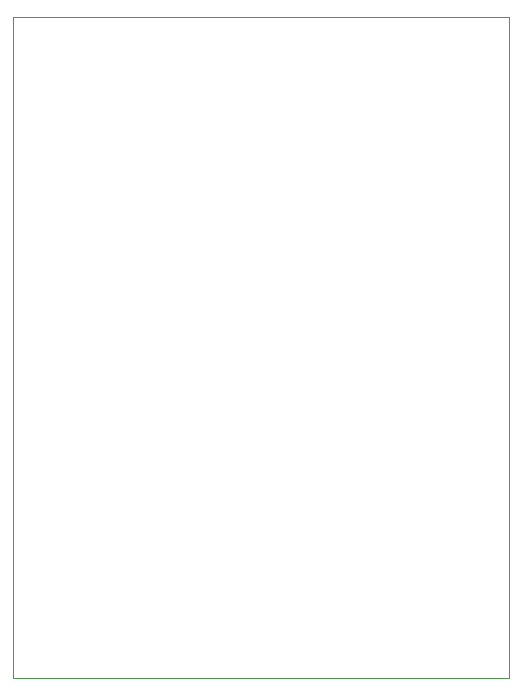
<source format=gbr>
%TF.GenerationSoftware,KiCad,Pcbnew,5.1.6-c6e7f7d~87~ubuntu20.04.1*%
%TF.CreationDate,2020-09-02T03:29:44+02:00*%
%TF.ProjectId,bias-t-extractor-smd,62696173-2d74-42d6-9578-74726163746f,rev?*%
%TF.SameCoordinates,Original*%
%TF.FileFunction,Profile,NP*%
%FSLAX46Y46*%
G04 Gerber Fmt 4.6, Leading zero omitted, Abs format (unit mm)*
G04 Created by KiCad (PCBNEW 5.1.6-c6e7f7d~87~ubuntu20.04.1) date 2020-09-02 03:29:44*
%MOMM*%
%LPD*%
G01*
G04 APERTURE LIST*
%TA.AperFunction,Profile*%
%ADD10C,0.050000*%
%TD*%
G04 APERTURE END LIST*
D10*
X37000000Y-19000000D02*
X79000000Y-19000000D01*
X37000000Y-19000000D02*
X37000000Y-75000000D01*
X79000000Y-75000000D02*
X37000000Y-75000000D01*
X79000000Y-19000000D02*
X79000000Y-75000000D01*
M02*

</source>
